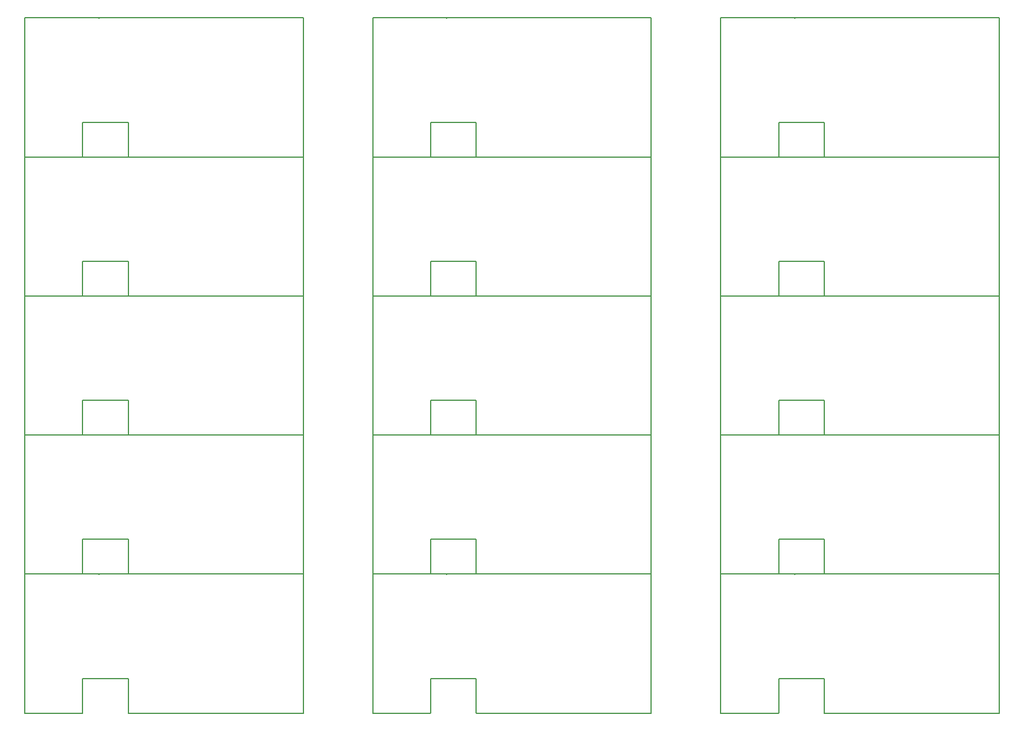
<source format=gko>
G04*
G04 #@! TF.GenerationSoftware,Altium Limited,Altium Designer,19.0.14 (431)*
G04*
G04 Layer_Color=16711935*
%FSLAX44Y44*%
%MOMM*%
G71*
G01*
G75*
%ADD57C,0.1500*%
D57*
X1000754Y200004D02*
X1400754D01*
X1149754Y4D02*
X1400754D01*
X1149484Y274D02*
X1149754Y4D01*
X1149484Y274D02*
Y49804D01*
X1083854D02*
X1149484D01*
X1083854Y554D02*
Y49804D01*
X1083304Y4D02*
X1083854Y554D01*
X1000754Y4D02*
X1083304D01*
X1000754D02*
Y200004D01*
X1106754D02*
X1107094Y199664D01*
Y200004D01*
X1400754Y4D02*
Y200004D01*
X1000754Y400004D02*
X1400754D01*
X1149754Y200004D02*
X1400754D01*
X1149484Y200274D02*
X1149754Y200004D01*
X1149484Y200274D02*
Y249804D01*
X1083854D02*
X1149484D01*
X1083854Y200554D02*
Y249804D01*
X1083304Y200004D02*
X1083854Y200554D01*
X1000754Y200004D02*
X1083304D01*
X1000754D02*
Y400004D01*
X1106754D02*
X1107094Y399664D01*
Y400004D01*
X1400754Y200004D02*
Y400004D01*
X1000754Y600004D02*
X1400754D01*
X1149754Y400004D02*
X1400754D01*
X1149484Y400274D02*
X1149754Y400004D01*
X1149484Y400274D02*
Y449804D01*
X1083854D02*
X1149484D01*
X1083854Y400554D02*
Y449804D01*
X1083304Y400004D02*
X1083854Y400554D01*
X1000754Y400004D02*
X1083304D01*
X1000754D02*
Y600004D01*
X1106754D02*
X1107094Y599664D01*
Y600004D01*
X1400754Y400004D02*
Y600004D01*
X1000754Y800004D02*
X1400754D01*
X1149754Y600004D02*
X1400754D01*
X1149484Y600274D02*
X1149754Y600004D01*
X1149484Y600274D02*
Y649804D01*
X1083854D02*
X1149484D01*
X1083854Y600554D02*
Y649804D01*
X1083304Y600004D02*
X1083854Y600554D01*
X1000754Y600004D02*
X1083304D01*
X1000754D02*
Y800004D01*
X1106754D02*
X1107094Y799664D01*
Y800004D01*
X1400754Y600004D02*
Y800004D01*
X1000754Y1000004D02*
X1400754D01*
X1149754Y800004D02*
X1400754D01*
X1149484Y800274D02*
X1149754Y800004D01*
X1149484Y800274D02*
Y849804D01*
X1083854D02*
X1149484D01*
X1083854Y800554D02*
Y849804D01*
X1083304Y800004D02*
X1083854Y800554D01*
X1000754Y800004D02*
X1083304D01*
X1000754D02*
Y1000004D01*
X1106754D02*
X1107094Y999664D01*
Y1000004D01*
X1400754Y800004D02*
Y1000004D01*
X500754Y200004D02*
X900754D01*
X649754Y4D02*
X900754D01*
X649484Y274D02*
X649754Y4D01*
X649484Y274D02*
Y49804D01*
X583854D02*
X649484D01*
X583854Y554D02*
Y49804D01*
X583304Y4D02*
X583854Y554D01*
X500754Y4D02*
X583304D01*
X500754D02*
Y200004D01*
X606754D02*
X607094Y199664D01*
Y200004D01*
X900754Y4D02*
Y200004D01*
X500754Y400004D02*
X900754D01*
X649754Y200004D02*
X900754D01*
X649484Y200274D02*
X649754Y200004D01*
X649484Y200274D02*
Y249804D01*
X583854D02*
X649484D01*
X583854Y200554D02*
Y249804D01*
X583304Y200004D02*
X583854Y200554D01*
X500754Y200004D02*
X583304D01*
X500754D02*
Y400004D01*
X606754D02*
X607094Y399664D01*
Y400004D01*
X900754Y200004D02*
Y400004D01*
X500754Y600004D02*
X900754D01*
X649754Y400004D02*
X900754D01*
X649484Y400274D02*
X649754Y400004D01*
X649484Y400274D02*
Y449804D01*
X583854D02*
X649484D01*
X583854Y400554D02*
Y449804D01*
X583304Y400004D02*
X583854Y400554D01*
X500754Y400004D02*
X583304D01*
X500754D02*
Y600004D01*
X606754D02*
X607094Y599664D01*
Y600004D01*
X900754Y400004D02*
Y600004D01*
X500754Y800004D02*
X900754D01*
X649754Y600004D02*
X900754D01*
X649484Y600274D02*
X649754Y600004D01*
X649484Y600274D02*
Y649804D01*
X583854D02*
X649484D01*
X583854Y600554D02*
Y649804D01*
X583304Y600004D02*
X583854Y600554D01*
X500754Y600004D02*
X583304D01*
X500754D02*
Y800004D01*
X606754D02*
X607094Y799664D01*
Y800004D01*
X900754Y600004D02*
Y800004D01*
X500754Y1000004D02*
X900754D01*
X649754Y800004D02*
X900754D01*
X649484Y800274D02*
X649754Y800004D01*
X649484Y800274D02*
Y849804D01*
X583854D02*
X649484D01*
X583854Y800554D02*
Y849804D01*
X583304Y800004D02*
X583854Y800554D01*
X500754Y800004D02*
X583304D01*
X500754D02*
Y1000004D01*
X606754D02*
X607094Y999664D01*
Y1000004D01*
X900754Y800004D02*
Y1000004D01*
X754Y200004D02*
X400754D01*
X149754Y4D02*
X400754D01*
X149484Y274D02*
X149754Y4D01*
X149484Y274D02*
Y49804D01*
X83854D02*
X149484D01*
X83854Y554D02*
Y49804D01*
X83304Y4D02*
X83854Y554D01*
X754Y4D02*
X83304D01*
X754D02*
Y200004D01*
X106754D02*
X107094Y199664D01*
Y200004D01*
X400754Y4D02*
Y200004D01*
X754Y400004D02*
X400754D01*
X149754Y200004D02*
X400754D01*
X149484Y200274D02*
X149754Y200004D01*
X149484Y200274D02*
Y249804D01*
X83854D02*
X149484D01*
X83854Y200554D02*
Y249804D01*
X83304Y200004D02*
X83854Y200554D01*
X754Y200004D02*
X83304D01*
X754D02*
Y400004D01*
X106754D02*
X107094Y399664D01*
Y400004D01*
X400754Y200004D02*
Y400004D01*
X754Y600004D02*
X400754D01*
X149754Y400004D02*
X400754D01*
X149484Y400274D02*
X149754Y400004D01*
X149484Y400274D02*
Y449804D01*
X83854D02*
X149484D01*
X83854Y400554D02*
Y449804D01*
X83304Y400004D02*
X83854Y400554D01*
X754Y400004D02*
X83304D01*
X754D02*
Y600004D01*
X106754D02*
X107094Y599664D01*
Y600004D01*
X400754Y400004D02*
Y600004D01*
X754Y800004D02*
X400754D01*
X149754Y600004D02*
X400754D01*
X149484Y600274D02*
X149754Y600004D01*
X149484Y600274D02*
Y649804D01*
X83854D02*
X149484D01*
X83854Y600554D02*
Y649804D01*
X83304Y600004D02*
X83854Y600554D01*
X754Y600004D02*
X83304D01*
X754D02*
Y800004D01*
X106754D02*
X107094Y799664D01*
Y800004D01*
X400754Y600004D02*
Y800004D01*
X754Y1000004D02*
X400754D01*
X149754Y800004D02*
X400754D01*
X149484Y800274D02*
X149754Y800004D01*
X149484Y800274D02*
Y849804D01*
X83854D02*
X149484D01*
X83854Y800554D02*
Y849804D01*
X83304Y800004D02*
X83854Y800554D01*
X754Y800004D02*
X83304D01*
X754D02*
Y1000004D01*
X106754D02*
X107094Y999664D01*
Y1000004D01*
X400754Y800004D02*
Y1000004D01*
M02*

</source>
